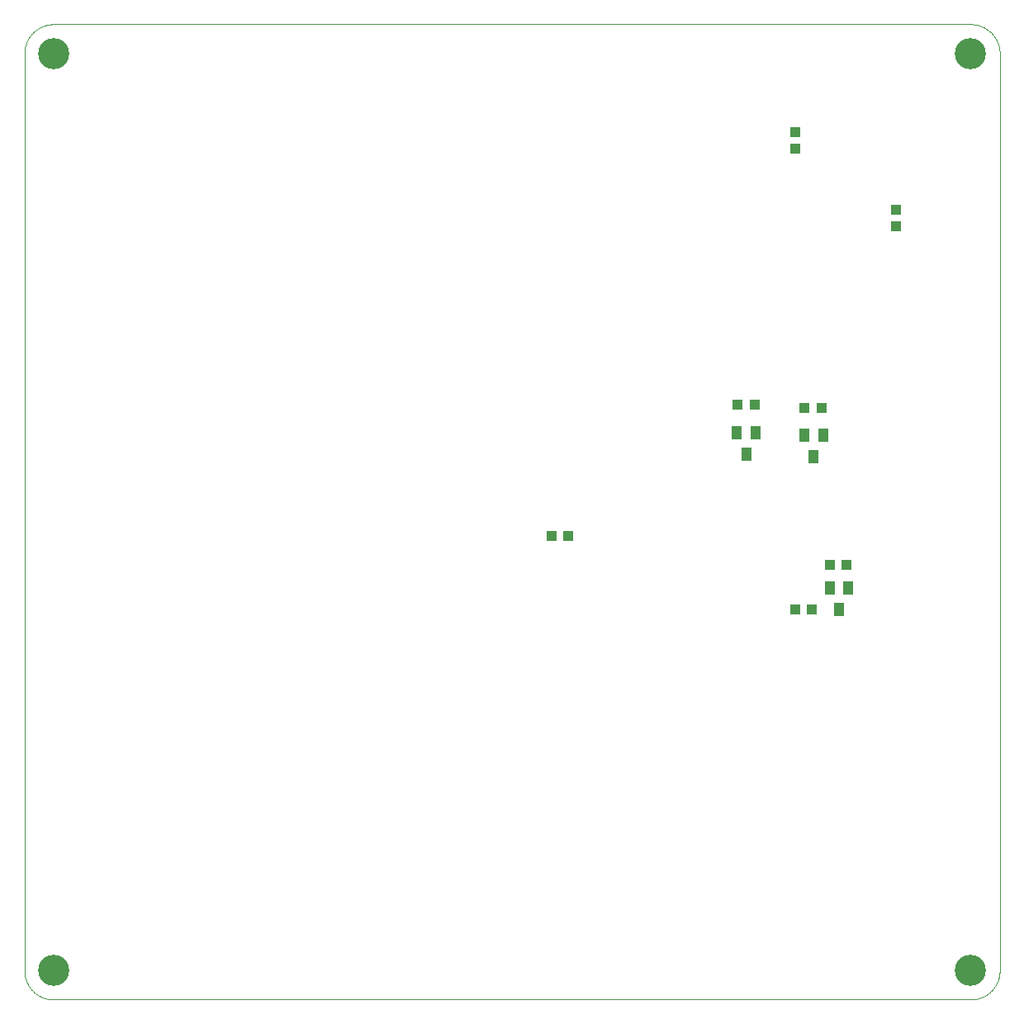
<source format=gbp>
G04 EAGLE Gerber RS-274X export*
G75*
%MOMM*%
%FSLAX34Y34*%
%LPD*%
%INSolder paste bottom*%
%IPPOS*%
%AMOC8*
5,1,8,0,0,1.08239X$1,22.5*%
G01*
%ADD10C,0.000000*%
%ADD11C,3.200000*%
%ADD12R,1.100000X1.000000*%
%ADD13R,1.000000X1.100000*%
%ADD14R,1.050000X1.080000*%
%ADD15R,1.000000X1.400000*%


D10*
X30000Y0D02*
X970000Y0D01*
X1000000Y30000D02*
X1000000Y970000D01*
X970000Y1000000D02*
X30000Y1000000D01*
X0Y970000D02*
X0Y30000D01*
X9Y29275D01*
X35Y28551D01*
X79Y27827D01*
X140Y27105D01*
X219Y26384D01*
X315Y25665D01*
X428Y24949D01*
X559Y24236D01*
X707Y23526D01*
X872Y22821D01*
X1054Y22119D01*
X1253Y21422D01*
X1468Y20729D01*
X1701Y20043D01*
X1950Y19362D01*
X2215Y18687D01*
X2496Y18019D01*
X2794Y17358D01*
X3107Y16704D01*
X3436Y16058D01*
X3781Y15420D01*
X4141Y14791D01*
X4516Y14171D01*
X4906Y13560D01*
X5310Y12958D01*
X5729Y12366D01*
X6163Y11785D01*
X6610Y11214D01*
X7071Y10655D01*
X7545Y10106D01*
X8032Y9570D01*
X8532Y9045D01*
X9045Y8532D01*
X9570Y8032D01*
X10106Y7545D01*
X10655Y7071D01*
X11214Y6610D01*
X11785Y6163D01*
X12366Y5729D01*
X12958Y5310D01*
X13560Y4906D01*
X14171Y4516D01*
X14791Y4141D01*
X15420Y3781D01*
X16058Y3436D01*
X16704Y3107D01*
X17358Y2794D01*
X18019Y2496D01*
X18687Y2215D01*
X19362Y1950D01*
X20043Y1701D01*
X20729Y1468D01*
X21422Y1253D01*
X22119Y1054D01*
X22821Y872D01*
X23526Y707D01*
X24236Y559D01*
X24949Y428D01*
X25665Y315D01*
X26384Y219D01*
X27105Y140D01*
X27827Y79D01*
X28551Y35D01*
X29275Y9D01*
X30000Y0D01*
X0Y970000D02*
X9Y970725D01*
X35Y971449D01*
X79Y972173D01*
X140Y972895D01*
X219Y973616D01*
X315Y974335D01*
X428Y975051D01*
X559Y975764D01*
X707Y976474D01*
X872Y977179D01*
X1054Y977881D01*
X1253Y978578D01*
X1468Y979271D01*
X1701Y979957D01*
X1950Y980638D01*
X2215Y981313D01*
X2496Y981981D01*
X2794Y982642D01*
X3107Y983296D01*
X3436Y983942D01*
X3781Y984580D01*
X4141Y985209D01*
X4516Y985829D01*
X4906Y986440D01*
X5310Y987042D01*
X5729Y987634D01*
X6163Y988215D01*
X6610Y988786D01*
X7071Y989345D01*
X7545Y989894D01*
X8032Y990430D01*
X8532Y990955D01*
X9045Y991468D01*
X9570Y991968D01*
X10106Y992455D01*
X10655Y992929D01*
X11214Y993390D01*
X11785Y993837D01*
X12366Y994271D01*
X12958Y994690D01*
X13560Y995094D01*
X14171Y995484D01*
X14791Y995859D01*
X15420Y996219D01*
X16058Y996564D01*
X16704Y996893D01*
X17358Y997206D01*
X18019Y997504D01*
X18687Y997785D01*
X19362Y998050D01*
X20043Y998299D01*
X20729Y998532D01*
X21422Y998747D01*
X22119Y998946D01*
X22821Y999128D01*
X23526Y999293D01*
X24236Y999441D01*
X24949Y999572D01*
X25665Y999685D01*
X26384Y999781D01*
X27105Y999860D01*
X27827Y999921D01*
X28551Y999965D01*
X29275Y999991D01*
X30000Y1000000D01*
X970000Y1000000D02*
X970725Y999991D01*
X971449Y999965D01*
X972173Y999921D01*
X972895Y999860D01*
X973616Y999781D01*
X974335Y999685D01*
X975051Y999572D01*
X975764Y999441D01*
X976474Y999293D01*
X977179Y999128D01*
X977881Y998946D01*
X978578Y998747D01*
X979271Y998532D01*
X979957Y998299D01*
X980638Y998050D01*
X981313Y997785D01*
X981981Y997504D01*
X982642Y997206D01*
X983296Y996893D01*
X983942Y996564D01*
X984580Y996219D01*
X985209Y995859D01*
X985829Y995484D01*
X986440Y995094D01*
X987042Y994690D01*
X987634Y994271D01*
X988215Y993837D01*
X988786Y993390D01*
X989345Y992929D01*
X989894Y992455D01*
X990430Y991968D01*
X990955Y991468D01*
X991468Y990955D01*
X991968Y990430D01*
X992455Y989894D01*
X992929Y989345D01*
X993390Y988786D01*
X993837Y988215D01*
X994271Y987634D01*
X994690Y987042D01*
X995094Y986440D01*
X995484Y985829D01*
X995859Y985209D01*
X996219Y984580D01*
X996564Y983942D01*
X996893Y983296D01*
X997206Y982642D01*
X997504Y981981D01*
X997785Y981313D01*
X998050Y980638D01*
X998299Y979957D01*
X998532Y979271D01*
X998747Y978578D01*
X998946Y977881D01*
X999128Y977179D01*
X999293Y976474D01*
X999441Y975764D01*
X999572Y975051D01*
X999685Y974335D01*
X999781Y973616D01*
X999860Y972895D01*
X999921Y972173D01*
X999965Y971449D01*
X999991Y970725D01*
X1000000Y970000D01*
X1000000Y30000D02*
X999991Y29275D01*
X999965Y28551D01*
X999921Y27827D01*
X999860Y27105D01*
X999781Y26384D01*
X999685Y25665D01*
X999572Y24949D01*
X999441Y24236D01*
X999293Y23526D01*
X999128Y22821D01*
X998946Y22119D01*
X998747Y21422D01*
X998532Y20729D01*
X998299Y20043D01*
X998050Y19362D01*
X997785Y18687D01*
X997504Y18019D01*
X997206Y17358D01*
X996893Y16704D01*
X996564Y16058D01*
X996219Y15420D01*
X995859Y14791D01*
X995484Y14171D01*
X995094Y13560D01*
X994690Y12958D01*
X994271Y12366D01*
X993837Y11785D01*
X993390Y11214D01*
X992929Y10655D01*
X992455Y10106D01*
X991968Y9570D01*
X991468Y9045D01*
X990955Y8532D01*
X990430Y8032D01*
X989894Y7545D01*
X989345Y7071D01*
X988786Y6610D01*
X988215Y6163D01*
X987634Y5729D01*
X987042Y5310D01*
X986440Y4906D01*
X985829Y4516D01*
X985209Y4141D01*
X984580Y3781D01*
X983942Y3436D01*
X983296Y3107D01*
X982642Y2794D01*
X981981Y2496D01*
X981313Y2215D01*
X980638Y1950D01*
X979957Y1701D01*
X979271Y1468D01*
X978578Y1253D01*
X977881Y1054D01*
X977179Y872D01*
X976474Y707D01*
X975764Y559D01*
X975051Y428D01*
X974335Y315D01*
X973616Y219D01*
X972895Y140D01*
X972173Y79D01*
X971449Y35D01*
X970725Y9D01*
X970000Y0D01*
D11*
X30000Y30000D03*
X30000Y970000D03*
X970000Y30000D03*
X970000Y970000D03*
D12*
X893300Y810200D03*
X893300Y793200D03*
D13*
X540800Y475400D03*
X557800Y475400D03*
D14*
X748750Y610000D03*
X731250Y610000D03*
D15*
X740000Y559000D03*
X749500Y581000D03*
X730500Y581000D03*
D14*
X817450Y606200D03*
X799950Y606200D03*
D15*
X809300Y556700D03*
X818800Y578700D03*
X799800Y578700D03*
D12*
X790500Y872050D03*
X790500Y889050D03*
D13*
X807300Y400000D03*
X790300Y400000D03*
D14*
X843150Y445600D03*
X825650Y445600D03*
D15*
X835100Y400000D03*
X844600Y422000D03*
X825600Y422000D03*
M02*

</source>
